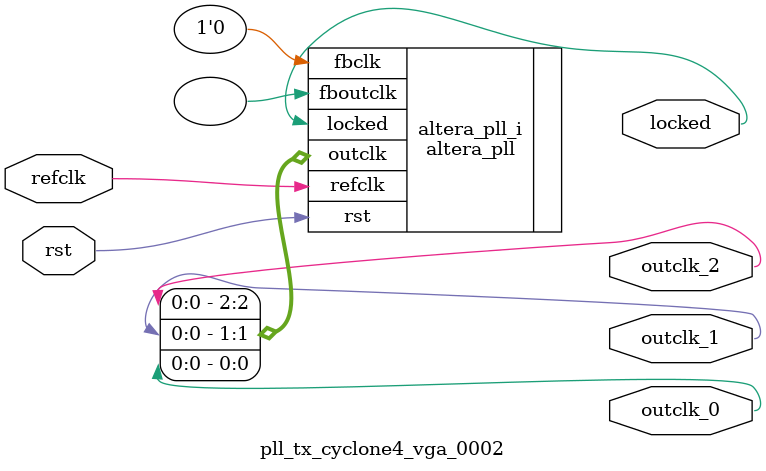
<source format=v>
`timescale 1ns/10ps
module  pll_tx_cyclone4_vga_0002(

	// interface 'refclk'
	input wire refclk,

	// interface 'reset'
	input wire rst,

	// interface 'outclk0'
	output wire outclk_0,

	// interface 'outclk1'
	output wire outclk_1,

	// interface 'outclk2'
	output wire outclk_2,

	// interface 'locked'
	output wire locked
);

	altera_pll #(
		.fractional_vco_multiplier("false"),
		.reference_clock_frequency("54.0 MHz"),
		.operation_mode("normal"),
		.number_of_clocks(3),
		.output_clock_frequency0("27.000000 MHz"),
		.phase_shift0("0 ps"),
		.duty_cycle0(50),
		.output_clock_frequency1("135.000000 MHz"),
		.phase_shift1("0 ps"),
		.duty_cycle1(50),
		.output_clock_frequency2("54.000000 MHz"),
		.phase_shift2("0 ps"),
		.duty_cycle2(50),
		.output_clock_frequency3("0 MHz"),
		.phase_shift3("0 ps"),
		.duty_cycle3(50),
		.output_clock_frequency4("0 MHz"),
		.phase_shift4("0 ps"),
		.duty_cycle4(50),
		.output_clock_frequency5("0 MHz"),
		.phase_shift5("0 ps"),
		.duty_cycle5(50),
		.output_clock_frequency6("0 MHz"),
		.phase_shift6("0 ps"),
		.duty_cycle6(50),
		.output_clock_frequency7("0 MHz"),
		.phase_shift7("0 ps"),
		.duty_cycle7(50),
		.output_clock_frequency8("0 MHz"),
		.phase_shift8("0 ps"),
		.duty_cycle8(50),
		.output_clock_frequency9("0 MHz"),
		.phase_shift9("0 ps"),
		.duty_cycle9(50),
		.output_clock_frequency10("0 MHz"),
		.phase_shift10("0 ps"),
		.duty_cycle10(50),
		.output_clock_frequency11("0 MHz"),
		.phase_shift11("0 ps"),
		.duty_cycle11(50),
		.output_clock_frequency12("0 MHz"),
		.phase_shift12("0 ps"),
		.duty_cycle12(50),
		.output_clock_frequency13("0 MHz"),
		.phase_shift13("0 ps"),
		.duty_cycle13(50),
		.output_clock_frequency14("0 MHz"),
		.phase_shift14("0 ps"),
		.duty_cycle14(50),
		.output_clock_frequency15("0 MHz"),
		.phase_shift15("0 ps"),
		.duty_cycle15(50),
		.output_clock_frequency16("0 MHz"),
		.phase_shift16("0 ps"),
		.duty_cycle16(50),
		.output_clock_frequency17("0 MHz"),
		.phase_shift17("0 ps"),
		.duty_cycle17(50),
		.pll_type("General"),
		.pll_subtype("General")
	) altera_pll_i (
		.rst	(rst),
		.outclk	({outclk_2, outclk_1, outclk_0}),
		.locked	(locked),
		.fboutclk	( ),
		.fbclk	(1'b0),
		.refclk	(refclk)
	);
endmodule


</source>
